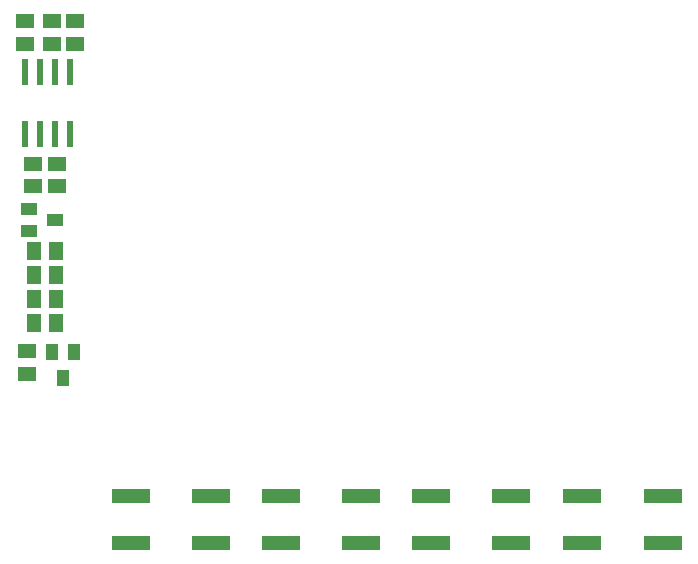
<source format=gbr>
G04 EAGLE Gerber RS-274X export*
G75*
%MOMM*%
%FSLAX34Y34*%
%LPD*%
%INSolderpaste Top*%
%IPPOS*%
%AMOC8*
5,1,8,0,0,1.08239X$1,22.5*%
G01*
%ADD10R,0.600000X2.200000*%
%ADD11R,1.500000X1.300000*%
%ADD12R,3.200000X1.200000*%
%ADD13R,1.000000X1.400000*%
%ADD14R,1.300000X1.500000*%
%ADD15R,1.400000X1.000000*%


D10*
X29210Y361350D03*
X29210Y413350D03*
X16510Y361350D03*
X41910Y361350D03*
X54610Y361350D03*
X16510Y413350D03*
X41910Y413350D03*
X54610Y413350D03*
D11*
X58420Y437540D03*
X58420Y456540D03*
X39370Y437540D03*
X39370Y456540D03*
X16510Y456540D03*
X16510Y437540D03*
D12*
X487970Y54290D03*
X555970Y54290D03*
X555970Y14290D03*
X487970Y14290D03*
X359700Y54290D03*
X427700Y54290D03*
X427700Y14290D03*
X359700Y14290D03*
X232700Y54290D03*
X300700Y54290D03*
X300700Y14290D03*
X232700Y14290D03*
X105700Y54290D03*
X173700Y54290D03*
X173700Y14290D03*
X105700Y14290D03*
D13*
X48260Y154100D03*
X38760Y176100D03*
X57760Y176100D03*
D11*
X17780Y177140D03*
X17780Y158140D03*
D14*
X42520Y200660D03*
X23520Y200660D03*
X42520Y220980D03*
X23520Y220980D03*
X42520Y261620D03*
X23520Y261620D03*
X42520Y241300D03*
X23520Y241300D03*
D15*
X41480Y288290D03*
X19480Y278790D03*
X19480Y297790D03*
D11*
X22860Y335890D03*
X22860Y316890D03*
X43180Y335890D03*
X43180Y316890D03*
M02*

</source>
